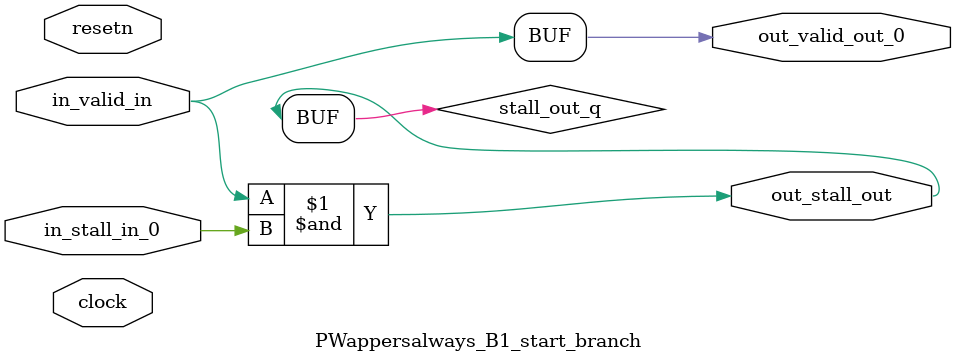
<source format=sv>



(* altera_attribute = "-name AUTO_SHIFT_REGISTER_RECOGNITION OFF; -name MESSAGE_DISABLE 10036; -name MESSAGE_DISABLE 10037; -name MESSAGE_DISABLE 14130; -name MESSAGE_DISABLE 14320; -name MESSAGE_DISABLE 15400; -name MESSAGE_DISABLE 14130; -name MESSAGE_DISABLE 10036; -name MESSAGE_DISABLE 12020; -name MESSAGE_DISABLE 12030; -name MESSAGE_DISABLE 12010; -name MESSAGE_DISABLE 12110; -name MESSAGE_DISABLE 14320; -name MESSAGE_DISABLE 13410; -name MESSAGE_DISABLE 113007; -name MESSAGE_DISABLE 10958" *)
module PWappersalways_B1_start_branch (
    input wire [0:0] in_stall_in_0,
    input wire [0:0] in_valid_in,
    output wire [0:0] out_stall_out,
    output wire [0:0] out_valid_out_0,
    input wire clock,
    input wire resetn
    );

    wire [0:0] stall_out_q;


    // stall_out(LOGICAL,6)
    assign stall_out_q = in_valid_in & in_stall_in_0;

    // out_stall_out(GPOUT,4)
    assign out_stall_out = stall_out_q;

    // out_valid_out_0(GPOUT,5)
    assign out_valid_out_0 = in_valid_in;

endmodule

</source>
